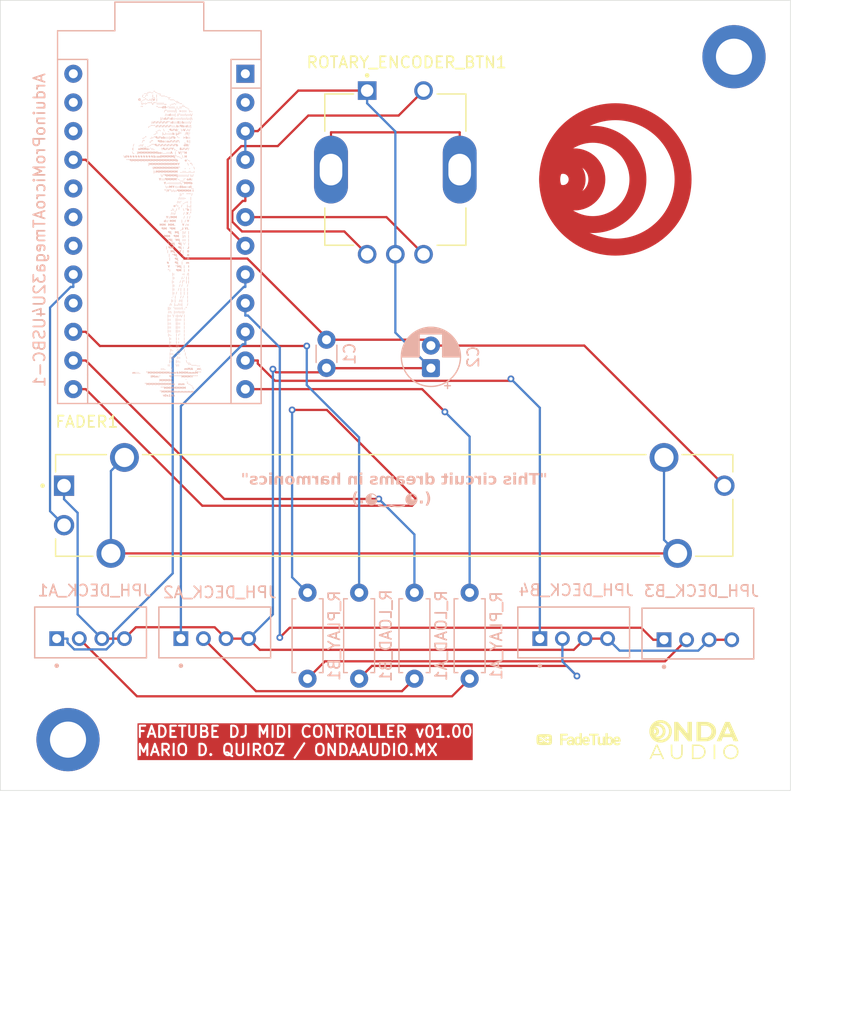
<source format=kicad_pcb>
(kicad_pcb (version 20241229) (generator "pcbnew") (generator_version "9.0")
  (layers (0 "F.Cu" signal) (2 "B.Cu" signal) (13 "F.Paste" user) (15 "B.Paste" user) (5 "F.SilkS" user "F.Silkscreen") (7 "B.SilkS" user "B.Silkscreen") (1 "F.Mask" user) (3 "B.Mask" user) (25 "Edge.Cuts" user))
  (net 0 "")
  (net 1 "Net-(FADER1-SHIELD-PadSH1)")
  (net 2 "GND")
  (net 3 "Net-(ROTARY_ENCODER_BTN1-SHIELD-PadSH1)")
  (net 5 "Net-(ArduinoProMicroATmega32U4USBC-1-D14)")
  (net 8 "Net-(ArduinoProMicroATmega32U4USBC-1-D2)")
  (net 10 "Net-(ArduinoProMicroATmega32U4USBC-1-D18{slash}A0)")
  (net 11 "Net-(ArduinoProMicroATmega32U4USBC-1-D16)")
  (net 12 "Net-(ArduinoProMicroATmega32U4USBC-1-D7)")
  (net 13 "Net-(ArduinoProMicroATmega32U4USBC-1-D4{slash}A6)")
  (net 14 "Net-(ArduinoProMicroATmega32U4USBC-1-~D5)")
  (net 16 "Net-(ArduinoProMicroATmega32U4USBC-1-~D6{slash}A7)")
  (net 17 "Net-(ArduinoProMicroATmega32U4USBC-1-~D9{slash}A9)")
  (net 18 "Net-(ArduinoProMicroATmega32U4USBC-1-~D3)")
  (net 20 "Net-(ArduinoProMicroATmega32U4USBC-1-~D10{slash}A10)")
  (net 21 "Net-(ArduinoProMicroATmega32U4USBC-1-VCC)")
  (net 23 "Net-(ArduinoProMicroATmega32U4USBC-1-D8{slash}A8)")
  (net 26 "Net-(JPH_DECK_A1-Pad2)")
  (net 27 "Net-(JPH_DECK_A2-Pad2)")
  (net 28 "Net-(JPH_DECK_B3-Pad2)")
  (net 29 "Net-(JPH_DECK_B4-Pad2)")
  (footprint "FADETUBE_LIBRARY:XDCR_PEC11R-4220K-S0024" (layer "F.Cu") (at 0.1 -22.51)
    (property "Reference" "ROTARY_ENCODER_BTN1" (at 1 -9.5 0) (layer "F.SilkS"))
    (property "Value" "PEC11R-4220K-S0024 10k")
    (pad "1" thru_hole rect (at -2.5 -7) (size 1.65 1.65) (drill 1.1) (layers "*.Cu" "*.Mask") (net 2 "GND"))
    (pad "2" thru_hole circle (at 2.5 -7) (size 1.65 1.65) (drill 1.1) (layers "*.Cu" "*.Mask") (net 13 "Net-(ArduinoProMicroATmega32U4USBC-1-D4{slash}A6)"))
    (pad "A" thru_hole circle (at -2.5 7.5) (size 1.65 1.65) (drill 1.1) (layers "*.Cu" "*.Mask") (net 8 "Net-(ArduinoProMicroATmega32U4USBC-1-D2)"))
    (pad "B" thru_hole circle (at 2.5 7.5) (size 1.65 1.65) (drill 1.1) (layers "*.Cu" "*.Mask") (net 18 "Net-(ArduinoProMicroATmega32U4USBC-1-~D3)"))
    (pad "C" thru_hole circle (at 0 7.5) (size 1.65 1.65) (drill 1.1) (layers "*.Cu" "*.Mask") (net 2 "GND"))
    (pad "SH1" thru_hole oval (at -5.7 0) (size 3 6) (drill oval 2 2.8) (layers "*.Cu" "*.Mask") (net 3 "Net-(ROTARY_ENCODER_BTN1-SHIELD-PadSH1)"))
    (pad "SH2" thru_hole oval (at 5.7 0) (size 3 6) (drill oval 2 2.8) (layers "*.Cu" "*.Mask") (net 3 "Net-(ROTARY_ENCODER_BTN1-SHIELD-PadSH1)"))
  )
  (footprint "FADETUBE_LIBRARY:TRIM_PTA4553-2215CIB103" (layer "F.Cu") (at 0 7.24)
    (property "Reference" "FADER1" (at -27.225 -7.41 0) (layer "F.SilkS"))
    (property "Value" "PTA4553-2215CIB103 10k 45mm")
    (pad "1" thru_hole rect (at -29.25 -1.75) (size 1.8 1.8) (drill 1.2) (layers "*.Cu" "*.Mask") (net 2 "GND"))
    (pad "2" thru_hole circle (at -29.25 1.75) (size 1.8 1.8) (drill 1.2) (layers "*.Cu" "*.Mask") (net 10 "Net-(ArduinoProMicroATmega32U4USBC-1-D18{slash}A0)"))
    (pad "3" thru_hole circle (at 29.25 -1.75) (size 1.8 1.8) (drill 1.2) (layers "*.Cu" "*.Mask") (net 21 "Net-(ArduinoProMicroATmega32U4USBC-1-VCC)"))
    (pad "SH1" thru_hole circle (at -23.9 -4.25) (size 2.55 2.55) (drill 1.7) (layers "*.Cu" "*.Mask") (net 1 "Net-(FADER1-SHIELD-PadSH1)"))
    (pad "SH2" thru_hole circle (at -25.1 4.25) (size 2.55 2.55) (drill 1.7) (layers "*.Cu" "*.Mask") (net 1 "Net-(FADER1-SHIELD-PadSH1)"))
    (pad "SH3" thru_hole circle (at 23.9 -4.25) (size 2.55 2.55) (drill 1.7) (layers "*.Cu" "*.Mask") (net 1 "Net-(FADER1-SHIELD-PadSH1)"))
    (pad "SH4" thru_hole circle (at 25.1 4.25) (size 2.55 2.55) (drill 1.7) (layers "*.Cu" "*.Mask") (net 1 "Net-(FADER1-SHIELD-PadSH1)"))
  )
  (footprint "FADETUBE_LIBRARY:onda-audio-logo" (layer "F.Cu") (at 26.6 27.99)
    (property "Reference" "ONDAAUDIO-LOGO" (hide yes))
    (property "Value" "LOGO" (hide yes))
  )
  (footprint "MountingHole:MountingHole_3.2mm_M3_DIN965_Pad" (layer "F.Cu") (at -28.9 27.99)
    (property "Reference" "MH2" (hide yes))
    (property "Value" "MountingHole_3.2mm_M3_DIN965_Pad" (hide yes))
    (pad "1" thru_hole circle (at 0 0) (size 5.6 5.6) (drill 3.2) (layers "*.Cu" "*.Mask"))
  )
  (footprint "MountingHole:MountingHole_3.2mm_M3_DIN965_Pad" (layer "F.Cu") (at 30.1 -32.51)
    (property "Reference" "MH1" (hide yes))
    (property "Value" "MountingHole_3.2mm_M3_DIN965_Pad" (hide yes))
    (pad "1" thru_hole circle (at 0 0) (size 5.6 5.6) (drill 3.2) (layers "*.Cu" "*.Mask"))
  )
  (footprint "FADETUBE_LIBRARY:fadetube-logo" (layer "F.Cu") (at 16.1 27.99)
    (property "Reference" "FADETUBE-LOGO" (hide yes))
    (property "Value" "LOGO" (hide yes))
  )
  (footprint "Capacitor_THT:C_Disc_D3.0mm_W1.6mm_P2.50mm" (layer "B.Cu") (at -6 -4.94 90)
    (property "Reference" "C1" (at 1.25 2.05 90) (layer "B.SilkS") (effects (justify mirror)))
    (property "Value" "0.1 µF")
    (pad "1" thru_hole circle (at 0 0 90) (size 1.6 1.6) (drill 0.8) (layers "*.Cu" "*.Mask") (net 2 "GND"))
    (pad "2" thru_hole circle (at 2.5 0 90) (size 1.6 1.6) (drill 0.8) (layers "*.Cu" "*.Mask") (net 21 "Net-(ArduinoProMicroATmega32U4USBC-1-VCC)"))
  )
  (footprint "Capacitor_THT:CP_Radial_D5.0mm_P2.00mm" (layer "B.Cu") (at 3.25 -4.92 90)
    (property "Reference" "C2" (at 1 3.75 90) (layer "B.SilkS") (effects (justify mirror)))
    (property "Value" "10 µF")
    (pad "1" thru_hole roundrect (at 0 0 90) (size 1.6 1.6) (drill 0.8) (layers "*.Cu" "*.Mask") (roundrect_rratio 0.15625) (net 2 "GND"))
    (pad "2" thru_hole circle (at 2 0 90) (size 1.6 1.6) (drill 0.8) (layers "*.Cu" "*.Mask") (net 21 "Net-(ArduinoProMicroATmega32U4USBC-1-VCC)"))
  )
  (footprint "FADETUBE_LIBRARY:JST_B4B-PH-K-S" (layer "B.Cu") (at 15.9 18.49 180)
    (property "Reference" "JPH_DECK_B4" (at -0.22 3.74 0) (layer "B.SilkS") (effects (justify mirror)))
    (property "Value" "B4B-PH-K-S")
    (pad "1" thru_hole rect (at 3 -0.55 180) (size 1.308 1.308) (drill 0.8) (layers "*.Cu" "*.Mask") (net 23 "Net-(ArduinoProMicroATmega32U4USBC-1-D8{slash}A8)"))
    (pad "2" thru_hole circle (at 1 -0.55 180) (size 1.308 1.308) (drill 0.8) (layers "*.Cu" "*.Mask") (net 29 "Net-(JPH_DECK_B4-Pad2)"))
    (pad "3" thru_hole circle (at -1 -0.55 180) (size 1.308 1.308) (drill 0.8) (layers "*.Cu" "*.Mask") (net 2 "GND"))
    (pad "4" thru_hole circle (at -3 -0.55 180) (size 1.308 1.308) (drill 0.8) (layers "*.Cu" "*.Mask") (net 2 "GND"))
  )
  (footprint "Resistor_THT:R_Axial_DIN0207_L6.3mm_D2.5mm_P7.62mm_Horizontal" (layer "B.Cu") (at 6.68 22.59 90)
    (property "Reference" "R_PLAY_A1" (at 3.81 2.37 90) (layer "B.SilkS") (effects (justify mirror)))
    (property "Value" "470 Ohms")
    (pad "1" thru_hole circle (at 0 0 90) (size 1.6 1.6) (drill 0.8) (layers "*.Cu" "*.Mask") (net 26 "Net-(JPH_DECK_A1-Pad2)"))
    (pad "2" thru_hole circle (at 7.62 0 90) (size 1.6 1.6) (drill 0.8) (layers "*.Cu" "*.Mask") (net 17 "Net-(ArduinoProMicroATmega32U4USBC-1-~D9{slash}A9)"))
  )
  (footprint "FADETUBE_LIBRARY:JST_B4B-PH-K-S" (layer "B.Cu") (at -26.9 18.49 180)
    (property "Reference" "JPH_DECK_A1" (at -0.336906 3.71 0) (layer "B.SilkS") (effects (justify mirror)))
    (property "Value" "B4B-PH-K-S")
    (pad "1" thru_hole rect (at 3 -0.55 180) (size 1.308 1.308) (drill 0.8) (layers "*.Cu" "*.Mask") (net 14 "Net-(ArduinoProMicroATmega32U4USBC-1-~D5)"))
    (pad "2" thru_hole circle (at 1 -0.55 180) (size 1.308 1.308) (drill 0.8) (layers "*.Cu" "*.Mask") (net 26 "Net-(JPH_DECK_A1-Pad2)"))
    (pad "3" thru_hole circle (at -1 -0.55 180) (size 1.308 1.308) (drill 0.8) (layers "*.Cu" "*.Mask") (net 2 "GND"))
    (pad "4" thru_hole circle (at -3 -0.55 180) (size 1.308 1.308) (drill 0.8) (layers "*.Cu" "*.Mask") (net 2 "GND"))
  )
  (footprint "Resistor_THT:R_Axial_DIN0207_L6.3mm_D2.5mm_P7.62mm_Horizontal" (layer "B.Cu") (at 1.79 22.59 90)
    (property "Reference" "R_LOAD_A1" (at 3.81 2.37 90) (layer "B.SilkS") (effects (justify mirror)))
    (property "Value" "470 Ohms")
    (pad "1" thru_hole circle (at 0 0 90) (size 1.6 1.6) (drill 0.8) (layers "*.Cu" "*.Mask") (net 27 "Net-(JPH_DECK_A2-Pad2)"))
    (pad "2" thru_hole circle (at 7.62 0 90) (size 1.6 1.6) (drill 0.8) (layers "*.Cu" "*.Mask") (net 11 "Net-(ArduinoProMicroATmega32U4USBC-1-D16)"))
  )
  (footprint "FADETUBE_LIBRARY:JST_B4B-PH-K-S" (layer "B.Cu") (at 26.9 18.59 180)
    (property "Reference" "JPH_DECK_B3" (at -0.32 3.77 0) (layer "B.SilkS") (effects (justify mirror)))
    (property "Value" "B4B-PH-K-S")
    (pad "1" thru_hole rect (at 3 -0.55 180) (size 1.308 1.308) (drill 0.8) (layers "*.Cu" "*.Mask") (net 16 "Net-(ArduinoProMicroATmega32U4USBC-1-~D6{slash}A7)"))
    (pad "2" thru_hole circle (at 1 -0.55 180) (size 1.308 1.308) (drill 0.8) (layers "*.Cu" "*.Mask") (net 28 "Net-(JPH_DECK_B3-Pad2)"))
    (pad "3" thru_hole circle (at -1 -0.55 180) (size 1.308 1.308) (drill 0.8) (layers "*.Cu" "*.Mask") (net 2 "GND"))
    (pad "4" thru_hole circle (at -3 -0.55 180) (size 1.308 1.308) (drill 0.8) (layers "*.Cu" "*.Mask") (net 2 "GND"))
  )
  (footprint "Resistor_THT:R_Axial_DIN0207_L6.3mm_D2.5mm_P7.62mm_Horizontal" (layer "B.Cu") (at -3.11 22.59 90)
    (property "Reference" "R_LOAD_B1" (at 3.81 2.37 90) (layer "B.SilkS") (effects (justify mirror)))
    (property "Value" "470 Ohms")
    (pad "1" thru_hole circle (at 0 0 90) (size 1.6 1.6) (drill 0.8) (layers "*.Cu" "*.Mask") (net 29 "Net-(JPH_DECK_B4-Pad2)"))
    (pad "2" thru_hole circle (at 7.62 0 90) (size 1.6 1.6) (drill 0.8) (layers "*.Cu" "*.Mask") (net 5 "Net-(ArduinoProMicroATmega32U4USBC-1-D14)"))
  )
  (footprint "Arduino:Sparkfun_Pro_Micro" (layer "B.Cu") (at -28.43 -3.06)
    (property "Reference" "ArduinoProMicroATmega32U4USBC-1" (at -3 -14.08 270) (layer "B.SilkS") (effects (justify mirror)))
    (property "Value" "SPARKFUN QWIIC PRO MICRO - USB-C" (hide yes))
    (pad "1" thru_hole rect (at 15.24 -27.94) (size 1.6 1.6) (drill 0.8) (layers "*.Cu" "*.Mask"))
    (pad "2" thru_hole oval (at 15.24 -25.4) (size 1.6 1.6) (drill 0.8) (layers "*.Cu" "*.Mask"))
    (pad "3" thru_hole oval (at 15.24 -22.86) (size 1.6 1.6) (drill 0.8) (layers "*.Cu" "*.Mask") (net 2 "GND"))
    (pad "4" thru_hole oval (at 15.24 -20.32) (size 1.6 1.6) (drill 0.8) (layers "*.Cu" "*.Mask") (net 2 "GND"))
    (pad "5" thru_hole oval (at 15.24 -17.78) (size 1.6 1.6) (drill 0.8) (layers "*.Cu" "*.Mask") (net 8 "Net-(ArduinoProMicroATmega32U4USBC-1-D2)"))
    (pad "6" thru_hole oval (at 15.24 -15.24) (size 1.6 1.6) (drill 0.8) (layers "*.Cu" "*.Mask") (net 18 "Net-(ArduinoProMicroATmega32U4USBC-1-~D3)"))
    (pad "7" thru_hole oval (at 15.24 -12.7) (size 1.6 1.6) (drill 0.8) (layers "*.Cu" "*.Mask") (net 13 "Net-(ArduinoProMicroATmega32U4USBC-1-D4{slash}A6)"))
    (pad "8" thru_hole oval (at 15.24 -10.16) (size 1.6 1.6) (drill 0.8) (layers "*.Cu" "*.Mask") (net 14 "Net-(ArduinoProMicroATmega32U4USBC-1-~D5)"))
    (pad "9" thru_hole oval (at 15.24 -7.62) (size 1.6 1.6) (drill 0.8) (layers "*.Cu" "*.Mask") (net 16 "Net-(ArduinoProMicroATmega32U4USBC-1-~D6{slash}A7)"))
    (pad "10" thru_hole oval (at 15.24 -5.08) (size 1.6 1.6) (drill 0.8) (layers "*.Cu" "*.Mask") (net 12 "Net-(ArduinoProMicroATmega32U4USBC-1-D7)"))
    (pad "11" thru_hole oval (at 15.24 -2.54) (size 1.6 1.6) (drill 0.8) (layers "*.Cu" "*.Mask") (net 23 "Net-(ArduinoProMicroATmega32U4USBC-1-D8{slash}A8)"))
    (pad "12" thru_hole oval (at 15.24 0) (size 1.6 1.6) (drill 0.8) (layers "*.Cu" "*.Mask") (net 17 "Net-(ArduinoProMicroATmega32U4USBC-1-~D9{slash}A9)"))
    (pad "13" thru_hole oval (at 0 0) (size 1.6 1.6) (drill 0.8) (layers "*.Cu" "*.Mask") (net 20 "Net-(ArduinoProMicroATmega32U4USBC-1-~D10{slash}A10)"))
    (pad "14" thru_hole oval (at 0 -2.54) (size 1.6 1.6) (drill 0.8) (layers "*.Cu" "*.Mask") (net 11 "Net-(ArduinoProMicroATmega32U4USBC-1-D16)"))
    (pad "15" thru_hole oval (at 0 -5.08) (size 1.6 1.6) (drill 0.8) (layers "*.Cu" "*.Mask") (net 5 "Net-(ArduinoProMicroATmega32U4USBC-1-D14)"))
    (pad "16" thru_hole oval (at 0 -7.62) (size 1.6 1.6) (drill 0.8) (layers "*.Cu" "*.Mask"))
    (pad "17" thru_hole oval (at 0 -10.16) (size 1.6 1.6) (drill 0.8) (layers "*.Cu" "*.Mask") (net 10 "Net-(ArduinoProMicroATmega32U4USBC-1-D18{slash}A0)"))
    (pad "18" thru_hole oval (at 0 -12.7) (size 1.6 1.6) (drill 0.8) (layers "*.Cu" "*.Mask"))
    (pad "19" thru_hole oval (at 0 -15.24) (size 1.6 1.6) (drill 0.8) (layers "*.Cu" "*.Mask"))
    (pad "20" thru_hole oval (at 0 -17.78) (size 1.6 1.6) (drill 0.8) (layers "*.Cu" "*.Mask"))
    (pad "21" thru_hole oval (at 0 -20.32) (size 1.6 1.6) (drill 0.8) (layers "*.Cu" "*.Mask") (net 21 "Net-(ArduinoProMicroATmega32U4USBC-1-VCC)"))
    (pad "22" thru_hole oval (at 0 -22.86) (size 1.6 1.6) (drill 0.8) (layers "*.Cu" "*.Mask"))
    (pad "23" thru_hole oval (at 0 -25.4) (size 1.6 1.6) (drill 0.8) (layers "*.Cu" "*.Mask"))
    (pad "24" thru_hole oval (at 0 -27.94) (size 1.6 1.6) (drill 0.8) (layers "*.Cu" "*.Mask"))
  )
  (footprint "Resistor_THT:R_Axial_DIN0207_L6.3mm_D2.5mm_P7.62mm_Horizontal" (layer "B.Cu") (at -7.68 22.59 90)
    (property "Reference" "R_PLAY_B1" (at 3.81 2.37 90) (layer "B.SilkS") (effects (justify mirror)))
    (property "Value" "470 Ohms")
    (pad "1" thru_hole circle (at 0 0 90) (size 1.6 1.6) (drill 0.8) (layers "*.Cu" "*.Mask") (net 28 "Net-(JPH_DECK_B3-Pad2)"))
    (pad "2" thru_hole circle (at 7.62 0 90) (size 1.6 1.6) (drill 0.8) (layers "*.Cu" "*.Mask") (net 20 "Net-(ArduinoProMicroATmega32U4USBC-1-~D10{slash}A10)"))
  )
  (footprint "FADETUBE_LIBRARY:JST_B4B-PH-K-S" (layer "B.Cu") (at -15.9 18.49 180)
    (property "Reference" "JPH_DECK_A2" (at -0.44 3.55 0) (layer "B.SilkS") (effects (justify mirror)))
    (property "Value" "B4B-PH-K-S")
    (pad "1" thru_hole rect (at 3 -0.55 180) (size 1.308 1.308) (drill 0.8) (layers "*.Cu" "*.Mask") (net 12 "Net-(ArduinoProMicroATmega32U4USBC-1-D7)"))
    (pad "2" thru_hole circle (at 1 -0.55 180) (size 1.308 1.308) (drill 0.8) (layers "*.Cu" "*.Mask") (net 27 "Net-(JPH_DECK_A2-Pad2)"))
    (pad "3" thru_hole circle (at -1 -0.55 180) (size 1.308 1.308) (drill 0.8) (layers "*.Cu" "*.Mask") (net 2 "GND"))
    (pad "4" thru_hole circle (at -3 -0.55 180) (size 1.308 1.308) (drill 0.8) (layers "*.Cu" "*.Mask") (net 2 "GND"))
  )
  (gr_circle (center 15.953961 -21.64) (end 17.953961 -21.64) (stroke (width 1.5)) (fill no) (layer "F.Cu"))
  (gr_circle (center 19.59 -21.64) (end 25.59 -21.64) (stroke (width 1.5)) (fill no) (layer "F.Cu") (net 2))
  (gr_circle (center 14.953961 -21.64) (end 15.453961 -21.64) (stroke (width 1.5)) (fill no) (layer "F.Cu"))
  (gr_circle (center 17.59 -21.64) (end 21.59 -21.64) (stroke (width 1.5)) (fill no) (layer "F.Cu") (net 2))
  (gr_rect (start -34.9 -37.51) (end 35.1 32.49) (stroke (width 0.05)) (fill no) (layer "Edge.Cuts"))
  (gr_text "FADETUBE DJ MIDI CONTROLLER v01.00\nMARIO D. QUIROZ / ONDAAUDIO.MX" (at -22.9 29.49 0) (layer "F.Cu" knockout) (effects (font (size 1 1) (thickness 0.1875)) (justify left bottom)))
  (gr_text "                                        __.-{dblquote}..--,__\n                               __..---{dblquote}  | _|    {dblquote}-_\\\n                        __.---{dblquote}          | V|::.-{dblquote}-._D\n                   _--{dblquote}{dblquote}.-.._   ,,::::::'{dblquote}\\/{dblquote}{dblquote}'-:-:/\n              _.-{dblquote}{dblquote}::_:_:::::'-8b---{dblquote}            {dblquote}'\n           .-/  ::::<  |\\::::::{dblquote}\\\n           \\/:::/::::'\\\\ |:::b::\\\n           /|::/:::/::::-::b:%b:\\|\n            \\/::::d:|8:::b:{dblquote}%%%%%\\\n            |\\:b:dP:d.:::%%%%%{dblquote}{dblquote}{dblquote}-,\n             \\:\\.V-/ _\\b%P_   /  .-._\n             '|T\\   {dblquote}%j d:::--\\.(    {dblquote}-.\n             ::d<   -{dblquote} d%|:::do%P{dblquote}-:.   {dblquote}-,\n             |:I _    /%%%o::o8P    {dblquote}\\.    {dblquote}\\\n              \\8b     d%%%%%%P{dblquote}{dblquote}-._ _ \\::.    \\\n              \\%%8  _./Y%%P/      .::'-oMMo    )\n                H{dblquote}'|V  |  A:::...:odMMMMMM(  ./\n                H /_.--{dblquote}JMMMMbo:d##########b/\n             .-'o      dMMMMMMMMMMMMMMP{dblquote}{dblquote}\n           /{dblquote} /       YMMMMMMMMM|\n         /   .   .    {dblquote}MMMMMMMM/\n         :..::..:::..  MMMMMMM:|\n          \\:/ \\::::::::JMMMP{dblquote}:/\n           :Ao ':__.-'MMMP:::Y\n           dMM{dblquote}./:::::::::-.Y\n          _|b::od8::/:YM::/\n          I HMMMP::/:/{dblquote}Y/{dblquote}\n           \\'{dblquote}{dblquote}'  '':|\n            |    -::::\\\n            |  :-._ '::\\\n            |,.|    \\ _:{dblquote}o\n            | d{dblquote} /   {dblquote} \\_:\\.\n            {dblquote}.Y. \\       \\::\\\n             \\ \\  \\      MM\\:Y\n              Y \\  |     MM \\:b\n              >\\ Y      .MM  MM\n              .IY L_    MP'  MP\n              |  \\:|   JM   JP\n              |  :\\|   MP   MM\n              |  :::  JM'  JP|\n              |  ':' JP   JM |\n              L   : JP    MP |\n              0   | Y    JM  |\n              0   |     JP{dblquote}  |\n              0   |    JP    |\n              m   |   JP     #\n              I   |  JM{dblquote}     Y\n              l   |  MP     :{dblquote}\n              |\\  :-       :|\n              | | '.\\      :|\n              | | {dblquote}| \\     :|\n               \\    \\ \\    :|\n               |  |  | \\   :|\n               |  |  |   \\ :|\n               |   \\ \\    | '.\n               |    |:\\   | :|\n               \\    |::\\..|  :\\\n                {dblquote}. /::::::'  :||\n                  :|::/:::|  /:\\\n                  | \\/::|: \\' ::|\n                  |  :::||    ::|\n                  |   ::||    ::|\n                  |   ::||    ::|\n                  |   ::||    ::|\n                  |   ': |    .:|\n                  |    : |    :|\n                  |    : |    :|\n                  |    :||   .:|\n                  |   ::\\   .:|\n                 |    :::  .::|\n                /     ::|  :::|\n             __/     .::|   ':|\n    ...----{dblquote}{dblquote}        ::/     ::\n   /m_  AMm          '/     .:::\n   {dblquote}{dblquote}MmmMMM#mmMMMMMMM{dblquote}     .:::m\n      {dblquote}{dblquote}{dblquote}YMMM{dblquote}{dblquote}{dblquote}{dblquote}{dblquote}{dblquote}P        ':mMI\n               _'           _MMMM\n           _.-{dblquote}  mm   mMMMMMMMM{dblquote}\n          /      MMMMMMM{dblquote}{dblquote}\n          mmmmmmMMMM{dblquote}\n                           ch1x0r" (at -16.8 -2.37 0) (layer "B.SilkS") (effects (font (size 0.2 0.2) (thickness 0.05) (bold yes)) (justify left bottom mirror)))
  (gr_text "{dblquote}This circuit dreams in harmonics{dblquote}\n (.◕‿‿◕.)" (at 0 7.24 0) (layer "B.SilkS") (effects (font (size 1 1) (thickness 0.25) (bold yes)) (justify bottom mirror)))
  (segment (start -25.1 11.49) (end 25.1 11.49) (width 0.2) (layer "F.Cu") (net 1))
  (segment (start -23.9 2.99) (end -25.1 4.19) (width 0.2) (layer "B.Cu") (net 1))
  (segment (start -25.1 4.19) (end -25.1 11.49) (width 0.2) (layer "B.Cu") (net 1))
  (segment (start 23.9 10.29) (end 23.9 2.99) (width 0.2) (layer "B.Cu") (net 1))
  (segment (start 25.1 11.49) (end 23.9 10.29) (width 0.2) (layer "B.Cu") (net 1))
  (segment (start -5.98 -4.92) (end -6 -4.94) (width 0.2) (layer "F.Cu") (net 2))
  (segment (start -22.8923 18.0323) (end -15.9077 18.0323) (width 0.2) (layer "F.Cu") (net 2))
  (segment (start -6.2617 -4.5521) (end -10.4647 -4.5521) (width 0.2) (layer "F.Cu") (net 2))
  (segment (start -8.4983 -29.51) (end -2.4 -29.51) (width 0.2) (layer "F.Cu") (net 2))
  (segment (start -23.9 19.04) (end -22.8923 18.0323) (width 0.2) (layer "F.Cu") (net 2))
  (segment (start -12.0883 -25.92) (end -8.4983 -29.51) (width 0.2) (layer "F.Cu") (net 2))
  (segment (start -25.9 19.04) (end -23.9 19.04) (width 0.2) (layer "F.Cu") (net 2))
  (segment (start 3.25 -4.92) (end -1.365 -4.92) (width 0.2) (layer "F.Cu") (net 2))
  (segment (start 16.9 19.04) (end 18.9 19.04) (width 0.2) (layer "F.Cu") (net 2))
  (segment (start -11.9094 20.0306) (end -12.9 19.04) (width 0.2) (layer "F.Cu") (net 2))
  (segment (start 15.9094 20.0306) (end -11.9094 20.0306) (width 0.2) (layer "F.Cu") (net 2))
  (segment (start -5.8938 -4.92) (end -6.2617 -4.5521) (width 0.2) (layer "F.Cu") (net 2))
  (segment (start -1.365 -4.92) (end -5.98 -4.92) (width 0.2) (layer "F.Cu") (net 2))
  (segment (start -13.19 -25.92) (end -12.0883 -25.92) (width 0.2) (layer "F.Cu") (net 2))
  (segment (start 16.9 19.04) (end 15.9094 20.0306) (width 0.2) (layer "F.Cu") (net 2))
  (segment (start -15.9077 18.0323) (end -14.9 19.04) (width 0.2) (layer "F.Cu") (net 2))
  (segment (start -1.365 -4.92) (end -5.8938 -4.92) (width 0.2) (layer "F.Cu") (net 2))
  (segment (start -12.9 19.04) (end -14.9 19.04) (width 0.2) (layer "F.Cu") (net 2))
  (segment (start -10.4647 -4.5521) (end -10.7498 -4.8372) (width 0.2) (layer "F.Cu") (net 2))
  (segment (start 29.9 19.14) (end 27.9 19.14) (width 0.2) (layer "F.Cu") (net 2))
  (via (at -10.7498 -4.8372) (size 0.6) (drill 0.3) (layers "F.Cu" "B.Cu") (net 2))
  (segment (start -10.7498 -4.8372) (end -10.7498 16.8898) (width 0.2) (layer "B.Cu") (net 2))
  (segment (start 18.9 19.04) (end 19.9653 20.1053) (width 0.2) (layer "B.Cu") (net 2))
  (segment (start 0.1 -15.01) (end 0.1 -25.8833) (width 0.2) (layer "B.Cu") (net 2))
  (segment (start -29.25 5.49) (end -29.25 6.6917) (width 0.2) (layer "B.Cu") (net 2))
  (segment (start 0.1 -8.07) (end 0.1 -15.01) (width 0.2) (layer "B.Cu") (net 2))
  (segment (start -28.0483 16.8917) (end -25.9 19.04) (width 0.2) (layer "B.Cu") (net 2))
  (segment (start -2.4 -29.51) (end -2.4 -28.3833) (width 0.2) (layer "B.Cu") (net 2))
  (segment (start -29.25 6.6917) (end -28.0483 7.8934) (width 0.2) (layer "B.Cu") (net 2))
  (segment (start -10.7498 16.8898) (end -12.9 19.04) (width 0.2) (layer "B.Cu") (net 2))
  (segment (start 0.1 -25.8833) (end -2.4 -28.3833) (width 0.2) (layer "B.Cu") (net 2))
  (segment (start 19.9653 20.1053) (end 26.9347 20.1053) (width 0.2) (layer "B.Cu") (net 2))
  (segment (start -28.0483 7.8934) (end -28.0483 16.8917) (width 0.2) (layer "B.Cu") (net 2))
  (segment (start -13.19 -25.92) (end -13.19 -23.38) (width 0.2) (layer "B.Cu") (net 2))
  (segment (start 26.9347 20.1053) (end 27.9 19.14) (width 0.2) (layer "B.Cu") (net 2))
  (segment (start 3.25 -4.92) (end 0.1 -8.07) (width 0.2) (layer "B.Cu") (net 2))
  (segment (start -5.6 -22.51) (end -5.6 -25.8117) (width 0.2) (layer "F.Cu") (net 3))
  (segment (start -5.6 -25.8117) (end 5.8 -25.8117) (width 0.2) (layer "F.Cu") (net 3))
  (segment (start 5.8 -22.51) (end 5.8 -25.8117) (width 0.2) (layer "F.Cu") (net 3))
  (segment (start -28.43 -8.14) (end -27.3283 -8.14) (width 0.2) (layer "F.Cu") (net 5))
  (segment (start -26.0753 -6.887) (end -27.3283 -8.14) (width 0.2) (layer "F.Cu") (net 5))
  (segment (start -7.748 -6.887) (end -26.0753 -6.887) (width 0.2) (layer "F.Cu") (net 5))
  (via (at -7.748 -6.887) (size 0.6) (drill 0.3) (layers "F.Cu" "B.Cu") (net 5))
  (segment (start -3.11 14.97) (end -3.11 1.218) (width 0.2) (layer "B.Cu") (net 5))
  (segment (start -7.748 -3.42) (end -7.748 -6.887) (width 0.2) (layer "B.Cu") (net 5))
  (segment (start -3.11 1.218) (end -7.748 -3.42) (width 0.2) (layer "B.Cu") (net 5))
  (segment (start -14.3432 -18.8134) (end -13.4183 -19.7383) (width 0.2) (layer "F.Cu") (net 8))
  (segment (start -2.4 -15.01) (end -4.42 -17.03) (width 0.2) (layer "F.Cu") (net 8))
  (segment (start -13.4183 -19.7383) (end -13.19 -19.7383) (width 0.2) (layer "F.Cu") (net 8))
  (segment (start -14.3432 -17.8898) (end -14.3432 -18.8134) (width 0.2) (layer "F.Cu") (net 8))
  (segment (start -13.4834 -17.03) (end -14.3432 -17.8898) (width 0.2) (layer "F.Cu") (net 8))
  (segment (start -13.19 -20.84) (end -13.19 -19.7383) (width 0.2) (layer "F.Cu") (net 8))
  (segment (start -4.42 -17.03) (end -13.4834 -17.03) (width 0.2) (layer "F.Cu") (net 8))
  (segment (start -28.43 -13.22) (end -28.43 -12.1183) (width 0.2) (layer "B.Cu") (net 10))
  (segment (start -28.6583 -12.1183) (end -28.43 -12.1183) (width 0.2) (layer "B.Cu") (net 10))
  (segment (start -30.492 7.748) (end -30.492 -10.2846) (width 0.2) (layer "B.Cu") (net 10))
  (segment (start -30.492 -10.2846) (end -28.6583 -12.1183) (width 0.2) (layer "B.Cu") (net 10))
  (segment (start -29.25 8.99) (end -30.492 7.748) (width 0.2) (layer "B.Cu") (net 10))
  (segment (start -15.0624 6.6659) (end -1.3625 6.6659) (width 0.2) (layer "F.Cu") (net 11))
  (segment (start -28.43 -5.6) (end -27.3283 -5.6) (width 0.2) (layer "F.Cu") (net 11))
  (segment (start -27.3283 -5.6) (end -15.0624 6.6659) (width 0.2) (layer "F.Cu") (net 11))
  (via (at -1.3625 6.6659) (size 0.6) (drill 0.3) (layers "F.Cu" "B.Cu") (net 11))
  (segment (start 1.79 9.8184) (end -1.3625 6.6659) (width 0.2) (layer "B.Cu") (net 11))
  (segment (start 1.79 14.97) (end 1.79 9.8184) (width 0.2) (layer "B.Cu") (net 11))
  (segment (start -13.4183 -7.0383) (end -13.19 -7.0383) (width 0.2) (layer "B.Cu") (net 12))
  (segment (start -18.9 -1.5566) (end -13.4183 -7.0383) (width 0.2) (layer "B.Cu") (net 12))
  (segment (start -13.19 -8.14) (end -13.19 -7.0383) (width 0.2) (layer "B.Cu") (net 12))
  (segment (start -18.9 19.04) (end -18.9 -1.5566) (width 0.2) (layer "B.Cu") (net 12))
  (segment (start -7.6118 -27.2984) (end 0.3884 -27.2984) (width 0.2) (layer "F.Cu") (net 13))
  (segment (start -13.19 -15.76) (end -14.7495 -17.3195) (width 0.2) (layer "F.Cu") (net 13))
  (segment (start -14.7495 -23.3927) (end -13.5481 -24.5941) (width 0.2) (layer "F.Cu") (net 13))
  (segment (start -14.7495 -17.3195) (end -14.7495 -23.3927) (width 0.2) (layer "F.Cu") (net 13))
  (segment (start -10.3161 -24.5941) (end -7.6118 -27.2984) (width 0.2) (layer "F.Cu") (net 13))
  (segment (start -13.5481 -24.5941) (end -10.3161 -24.5941) (width 0.2) (layer "F.Cu") (net 13))
  (segment (start 0.3884 -27.2984) (end 2.6 -29.51) (width 0.2) (layer "F.Cu") (net 13))
  (segment (start -13.3277 -12.1183) (end -19.6236 -5.8224) (width 0.2) (layer "B.Cu") (net 14))
  (segment (start -19.6236 13.2556) (end -24.9 18.532) (width 0.2) (layer "B.Cu") (net 14))
  (segment (start -13.19 -13.22) (end -13.19 -12.1183) (width 0.2) (layer "B.Cu") (net 14))
  (segment (start -28.9443 19.3985) (end -28.9443 19.04) (width 0.2) (layer "B.Cu") (net 14))
  (segment (start -13.19 -12.1183) (end -13.3277 -12.1183) (width 0.2) (layer "B.Cu") (net 14))
  (segment (start -28.3471 19.9957) (end -28.9443 19.3985) (width 0.2) (layer "B.Cu") (net 14))
  (segment (start -29.9 19.04) (end -28.9443 19.04) (width 0.2) (layer "B.Cu") (net 14))
  (segment (start -24.9 19.3948) (end -25.5009 19.9957) (width 0.2) (layer "B.Cu") (net 14))
  (segment (start -24.9 18.532) (end -24.9 19.3948) (width 0.2) (layer "B.Cu") (net 14))
  (segment (start -25.5009 19.9957) (end -28.3471 19.9957) (width 0.2) (layer "B.Cu") (net 14))
  (segment (start -19.6236 -5.8224) (end -19.6236 13.2556) (width 0.2) (layer "B.Cu") (net 14))
  (segment (start 22.9443 19.14) (end 21.8807 18.0764) (width 0.2) (layer "F.Cu") (net 16))
  (segment (start 21.8807 18.0764) (end -9.2661 18.0764) (width 0.2) (layer "F.Cu") (net 16))
  (segment (start 23.9 19.14) (end 22.9443 19.14) (width 0.2) (layer "F.Cu") (net 16))
  (segment (start -9.2661 18.0764) (end -10.1375 18.9478) (width 0.2) (layer "F.Cu") (net 16))
  (via (at -10.1375 18.9478) (size 0.6) (drill 0.3) (layers "F.Cu" "B.Cu") (net 16))
  (segment (start -12.9617 -9.5783) (end -13.19 -9.5783) (width 0.2) (layer "B.Cu") (net 16))
  (segment (start -10.1375 18.9478) (end -10.1375 -6.7541) (width 0.2) (layer "B.Cu") (net 16))
  (segment (start -10.1375 -6.7541) (end -12.9617 -9.5783) (width 0.2) (layer "B.Cu") (net 16))
  (segment (start -13.19 -10.68) (end -13.19 -9.5783) (width 0.2) (layer "B.Cu") (net 16))
  (segment (start 2.475 -3.06) (end 4.4875 -1.0475) (width 0.2) (layer "F.Cu") (net 17))
  (segment (start -13.19 -3.06) (end 2.475 -3.06) (width 0.2) (layer "F.Cu") (net 17))
  (via (at 4.4875 -1.0475) (size 0.6) (drill 0.3) (layers "F.Cu" "B.Cu") (net 17))
  (segment (start 6.68 1.145) (end 6.68 14.97) (width 0.2) (layer "B.Cu") (net 17))
  (segment (start 4.4875 -1.0475) (end 6.68 1.145) (width 0.2) (layer "B.Cu") (net 17))
  (segment (start -0.69 -18.3) (end -13.19 -18.3) (width 0.2) (layer "F.Cu") (net 18))
  (segment (start 2.6 -15.01) (end -0.69 -18.3) (width 0.2) (layer "F.Cu") (net 18))
  (segment (start -5.9665 -1.2216) (end -9.0451 -1.2216) (width 0.2) (layer "F.Cu") (net 20))
  (segment (start -28.43 -3.06) (end -27.3283 -3.06) (width 0.2) (layer "F.Cu") (net 20))
  (segment (start -27.3283 -3.06) (end -17.0007 7.2676) (width 0.2) (layer "F.Cu") (net 20))
  (segment (start 1.8638 6.9807) (end 1.8638 6.6087) (width 0.2) (layer "F.Cu") (net 20))
  (segment (start 1.8638 6.6087) (end -5.9665 -1.2216) (width 0.2) (layer "F.Cu") (net 20))
  (segment (start 1.5769 7.2676) (end 1.8638 6.9807) (width 0.2) (layer "F.Cu") (net 20))
  (segment (start -17.0007 7.2676) (end 1.5769 7.2676) (width 0.2) (layer "F.Cu") (net 20))
  (via (at -9.0451 -1.2216) (size 0.6) (drill 0.3) (layers "F.Cu" "B.Cu") (net 20))
  (segment (start -9.0451 -1.2216) (end -9.0451 13.6049) (width 0.2) (layer "B.Cu") (net 20))
  (segment (start -9.0451 13.6049) (end -7.68 14.97) (width 0.2) (layer "B.Cu") (net 20))
  (segment (start 29.25 5.49) (end 16.84 -6.92) (width 0.2) (layer "F.Cu") (net 21))
  (segment (start -13.0141 -14.6316) (end -6 -7.6175) (width 0.2) (layer "F.Cu") (net 21))
  (segment (start -6 -7.6175) (end -6 -7.44) (width 0.2) (layer "F.Cu") (net 21))
  (segment (start -18.5799 -14.6316) (end -13.0141 -14.6316) (width 0.2) (layer "F.Cu") (net 21))
  (segment (start -27.3283 -23.38) (end -18.5799 -14.6316) (width 0.2) (layer "F.Cu") (net 21))
  (segment (start -6 -7.44) (end 2.73 -7.44) (width 0.2) (layer "F.Cu") (net 21))
  (segment (start 2.73 -7.44) (end 3.25 -6.92) (width 0.2) (layer "F.Cu") (net 21))
  (segment (start 16.84 -6.92) (end 3.25 -6.92) (width 0.2) (layer "F.Cu") (net 21))
  (segment (start -28.43 -23.38) (end -27.3283 -23.38) (width 0.2) (layer "F.Cu") (net 21))
  (segment (start -10.5648 -3.8014) (end 10.1664 -3.8014) (width 0.2) (layer "F.Cu") (net 23))
  (segment (start -13.19 -5.6) (end -12.0883 -5.6) (width 0.2) (layer "F.Cu") (net 23))
  (segment (start 10.1664 -3.8014) (end 10.3375 -3.9725) (width 0.2) (layer "F.Cu") (net 23))
  (segment (start -12.0883 -5.3249) (end -10.5648 -3.8014) (width 0.2) (layer "F.Cu") (net 23))
  (segment (start -12.0883 -5.6) (end -12.0883 -5.3249) (width 0.2) (layer "F.Cu") (net 23))
  (via (at 10.3375 -3.9725) (size 0.6) (drill 0.3) (layers "F.Cu" "B.Cu") (net 23))
  (segment (start 10.3375 -3.9725) (end 12.9 -1.41) (width 0.2) (layer "B.Cu") (net 23))
  (segment (start 12.9 -1.41) (end 12.9 19.04) (width 0.2) (layer "B.Cu") (net 23))
  (segment (start -22.7905 24.1495) (end 5.1205 24.1495) (width 0.2) (layer "F.Cu") (net 26))
  (segment (start 5.1205 24.1495) (end 6.68 22.59) (width 0.2) (layer "F.Cu") (net 26))
  (segment (start -27.9 19.04) (end -22.7905 24.1495) (width 0.2) (layer "F.Cu") (net 26))
  (segment (start -12.2439 23.6961) (end -16.9 19.04) (width 0.2) (layer "F.Cu") (net 27))
  (segment (start 1.79 22.59) (end 0.6839 23.6961) (width 0.2) (layer "F.Cu") (net 27))
  (segment (start 0.6839 23.6961) (end -12.2439 23.6961) (width 0.2) (layer "F.Cu") (net 27))
  (segment (start -7.68 22.59) (end -6.1384 21.0484) (width 0.2) (layer "F.Cu") (net 28))
  (segment (start -6.1384 21.0484) (end 23.9916 21.0484) (width 0.2) (layer "F.Cu") (net 28))
  (segment (start 23.9916 21.0484) (end 25.9 19.14) (width 0.2) (layer "F.Cu") (net 28))
  (segment (start 15.2935 21.4585) (end 16.1875 22.3525) (width 0.2) (layer "F.Cu") (net 29))
  (segment (start -3.11 22.59) (end -1.9785 21.4585) (width 0.2) (layer "F.Cu") (net 29))
  (segment (start -1.9785 21.4585) (end 15.2935 21.4585) (width 0.2) (layer "F.Cu") (net 29))
  (via (at 16.1875 22.3525) (size 0.6) (drill 0.3) (layers "F.Cu" "B.Cu") (net 29))
  (segment (start 14.9 21.065) (end 16.1875 22.3525) (width 0.2) (layer "B.Cu") (net 29))
  (segment (start 14.9 19.04) (end 14.9 21.065) (width 0.2) (layer "B.Cu") (net 29))
)
</source>
